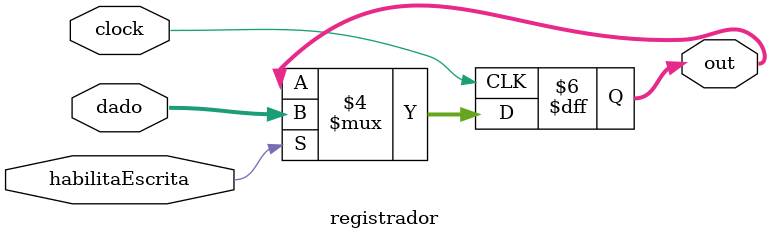
<source format=v>
module registrador(dado, clock, habilitaEscrita, out);
  input [31:0]dado;
  input clock, habilitaEscrita;
  output reg [31:0]out;
  initial out = 0;
  
  always@(posedge clock)begin
    if(habilitaEscrita)begin
      out = dado;
    end
  end
endmodule
  

</source>
